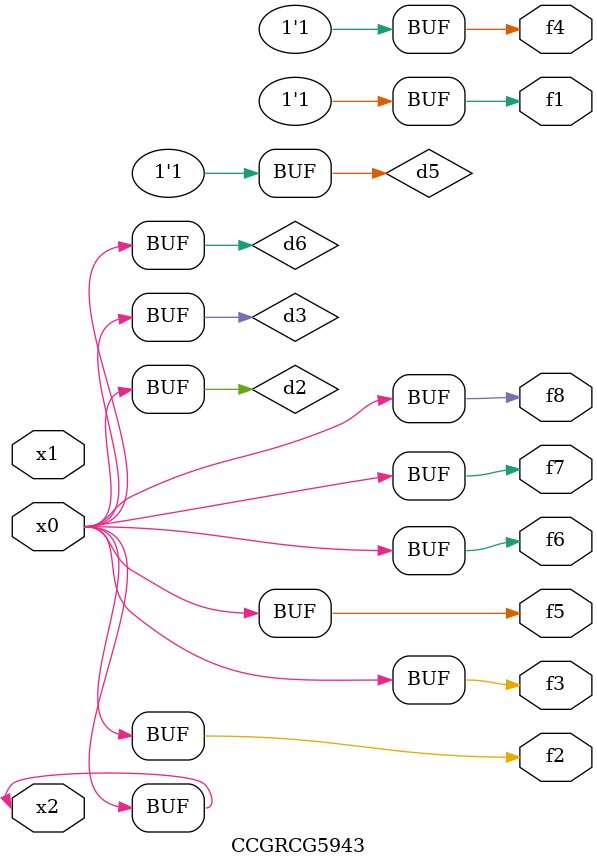
<source format=v>
module CCGRCG5943(
	input x0, x1, x2,
	output f1, f2, f3, f4, f5, f6, f7, f8
);

	wire d1, d2, d3, d4, d5, d6;

	xnor (d1, x2);
	buf (d2, x0, x2);
	and (d3, x0);
	xnor (d4, x1, x2);
	nand (d5, d1, d3);
	buf (d6, d2, d3);
	assign f1 = d5;
	assign f2 = d6;
	assign f3 = d6;
	assign f4 = d5;
	assign f5 = d6;
	assign f6 = d6;
	assign f7 = d6;
	assign f8 = d6;
endmodule

</source>
